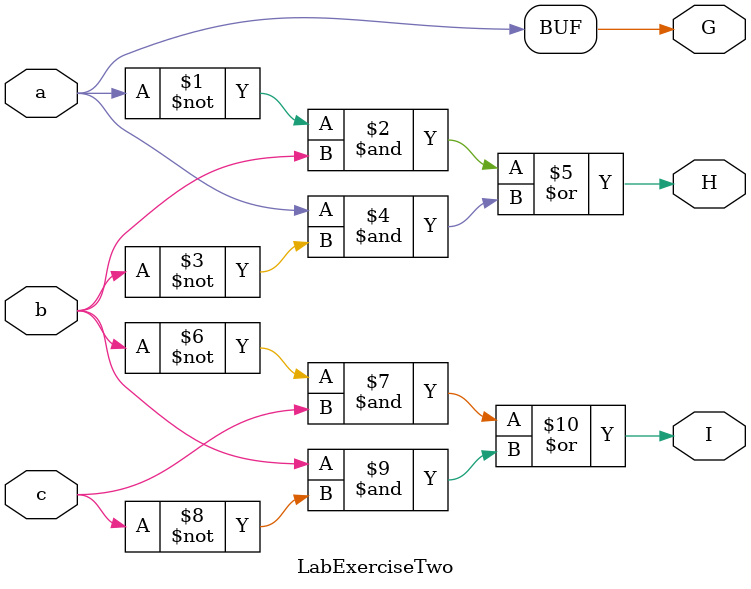
<source format=sv>
module LabExerciseTwo(a, b, c, G, H, I );
  input a, b, c;
  output G, H, I;
  
  assign G = a;					//G = x
  assign H = ~a & b | a & ~b;	//H = x’y + xy’
  assign I = ~b & c | b & ~c;	//I = y’z + yz’
  
endmodule
</source>
